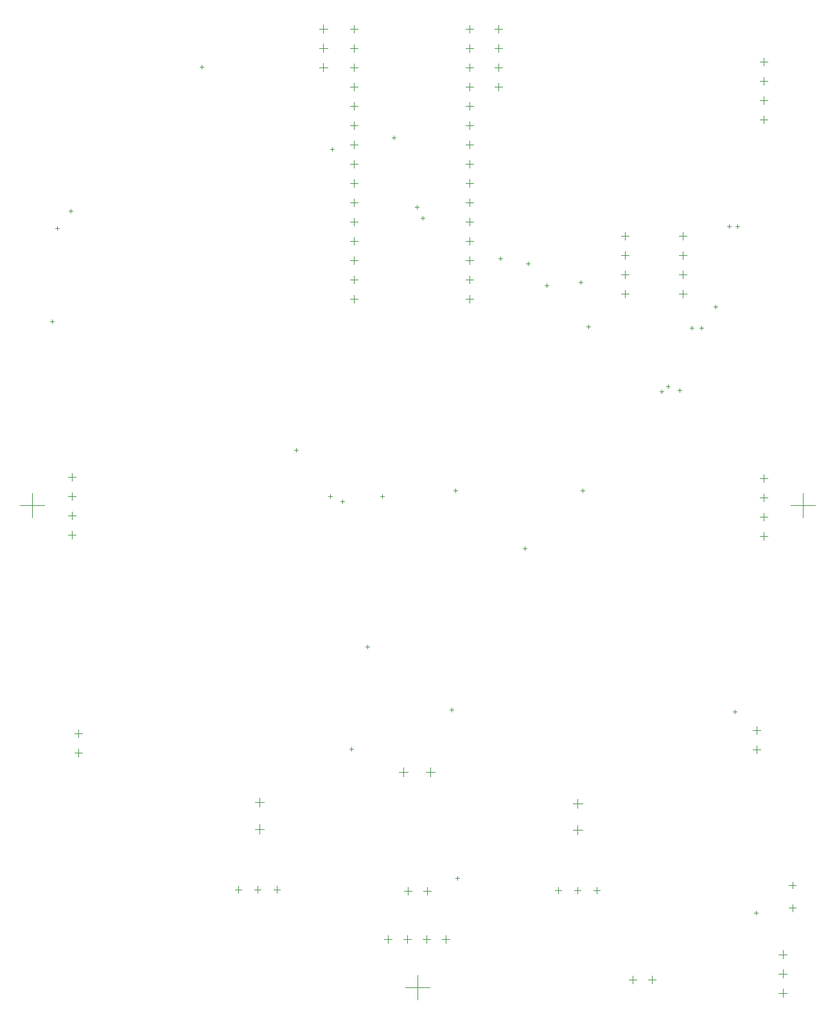
<source format=gbr>
G04*
G04 #@! TF.GenerationSoftware,Altium Limited,Altium Designer,22.4.2 (48)*
G04*
G04 Layer_Color=128*
%FSLAX24Y24*%
%MOIN*%
G70*
G04*
G04 #@! TF.SameCoordinates,ED83B53D-03BE-4A71-8F10-75A6417481AF*
G04*
G04*
G04 #@! TF.FilePolarity,Positive*
G04*
G01*
G75*
%ADD70C,0.0020*%
D70*
X26499Y45700D02*
X26901D01*
X26700Y45499D02*
Y45901D01*
X26499Y46700D02*
X26901D01*
X26700Y46499D02*
Y46901D01*
X26499Y47700D02*
X26901D01*
X26700Y47499D02*
Y47901D01*
X26499Y48700D02*
X26901D01*
X26700Y48499D02*
Y48901D01*
X26499Y49700D02*
X26901D01*
X26700Y49499D02*
Y49901D01*
X26499Y50700D02*
X26901D01*
X26700Y50499D02*
Y50901D01*
X26499Y51700D02*
X26901D01*
X26700Y51499D02*
Y51901D01*
X26499Y52700D02*
X26901D01*
X26700Y52499D02*
Y52901D01*
X26499Y53700D02*
X26901D01*
X26700Y53499D02*
Y53901D01*
X26499Y54700D02*
X26901D01*
X26700Y54499D02*
Y54901D01*
X26499Y55700D02*
X26901D01*
X26700Y55499D02*
Y55901D01*
X26499Y56700D02*
X26901D01*
X26700Y56499D02*
Y56901D01*
X26499Y57700D02*
X26901D01*
X26700Y57499D02*
Y57901D01*
X26499Y58700D02*
X26901D01*
X26700Y58499D02*
Y58901D01*
X26499Y59700D02*
X26901D01*
X26700Y59499D02*
Y59901D01*
X32499Y45700D02*
X32901D01*
X32700Y45499D02*
Y45901D01*
X32499Y46700D02*
X32901D01*
X32700Y46499D02*
Y46901D01*
X32499Y47700D02*
X32901D01*
X32700Y47499D02*
Y47901D01*
X32499Y48700D02*
X32901D01*
X32700Y48499D02*
Y48901D01*
X32499Y49700D02*
X32901D01*
X32700Y49499D02*
Y49901D01*
X32499Y50700D02*
X32901D01*
X32700Y50499D02*
Y50901D01*
X32499Y51700D02*
X32901D01*
X32700Y51499D02*
Y51901D01*
X32499Y52700D02*
X32901D01*
X32700Y52499D02*
Y52901D01*
X32499Y53700D02*
X32901D01*
X32700Y53499D02*
Y53901D01*
X32499Y54700D02*
X32901D01*
X32700Y54499D02*
Y54901D01*
X32499Y55700D02*
X32901D01*
X32700Y55499D02*
Y55901D01*
X32499Y56700D02*
X32901D01*
X32700Y56499D02*
Y56901D01*
X32499Y57700D02*
X32901D01*
X32700Y57499D02*
Y57901D01*
X32499Y58700D02*
X32901D01*
X32700Y58499D02*
Y58901D01*
X32499Y59700D02*
X32901D01*
X32700Y59499D02*
Y59901D01*
X49273Y15300D02*
X49627D01*
X49450Y15123D02*
Y15477D01*
X49273Y14119D02*
X49627D01*
X49450Y13942D02*
Y14296D01*
X30414Y21150D02*
X30886D01*
X30650Y20914D02*
Y21386D01*
X29036Y21150D02*
X29508D01*
X29272Y20914D02*
Y21386D01*
X47749Y55000D02*
X48151D01*
X47950Y54799D02*
Y55201D01*
X47749Y56000D02*
X48151D01*
X47950Y55799D02*
Y56201D01*
X47749Y57000D02*
X48151D01*
X47950Y56799D02*
Y57201D01*
X47749Y58000D02*
X48151D01*
X47950Y57799D02*
Y58201D01*
X28249Y12500D02*
X28651D01*
X28450Y12299D02*
Y12701D01*
X29249Y12500D02*
X29651D01*
X29450Y12299D02*
Y12701D01*
X30249Y12500D02*
X30651D01*
X30450Y12299D02*
Y12701D01*
X31249Y12500D02*
X31651D01*
X31450Y12299D02*
Y12701D01*
X43549Y48950D02*
X43951D01*
X43750Y48749D02*
Y49151D01*
X43549Y47950D02*
X43951D01*
X43750Y47749D02*
Y48151D01*
X43549Y46950D02*
X43951D01*
X43750Y46749D02*
Y47151D01*
X43549Y45950D02*
X43951D01*
X43750Y45749D02*
Y46151D01*
X40549Y48950D02*
X40951D01*
X40750Y48749D02*
Y49151D01*
X40549Y47950D02*
X40951D01*
X40750Y47749D02*
Y48151D01*
X40549Y46950D02*
X40951D01*
X40750Y46749D02*
Y47151D01*
X40549Y45950D02*
X40951D01*
X40750Y45749D02*
Y46151D01*
X9370Y35000D02*
X10630D01*
X10000Y34370D02*
Y35630D01*
X49370Y35000D02*
X50630D01*
X50000Y34370D02*
Y35630D01*
X29370Y10000D02*
X30630D01*
X30000Y9370D02*
Y10630D01*
X38074Y19539D02*
X38547D01*
X38311Y19303D02*
Y19775D01*
X38074Y18161D02*
X38547D01*
X38311Y17925D02*
Y18397D01*
X21553Y18211D02*
X22026D01*
X21789Y17975D02*
Y18447D01*
X21553Y19589D02*
X22026D01*
X21789Y19353D02*
Y19825D01*
X20525Y15074D02*
X20875D01*
X20700Y14898D02*
Y15249D01*
X21525Y15074D02*
X21875D01*
X21700Y14898D02*
Y15249D01*
X22525Y15074D02*
X22875D01*
X22700Y14898D02*
Y15249D01*
X37125Y15024D02*
X37475D01*
X37300Y14848D02*
Y15199D01*
X38125Y15024D02*
X38475D01*
X38300Y14848D02*
Y15199D01*
X39125Y15024D02*
X39475D01*
X39300Y14848D02*
Y15199D01*
X29299Y15000D02*
X29701D01*
X29500Y14799D02*
Y15201D01*
X30299Y15000D02*
X30701D01*
X30500Y14799D02*
Y15201D01*
X33999Y59700D02*
X34401D01*
X34200Y59499D02*
Y59901D01*
X33999Y58700D02*
X34401D01*
X34200Y58499D02*
Y58901D01*
X33999Y57700D02*
X34401D01*
X34200Y57499D02*
Y57901D01*
X33999Y56700D02*
X34401D01*
X34200Y56499D02*
Y56901D01*
X11849Y36450D02*
X12251D01*
X12050Y36249D02*
Y36651D01*
X11849Y35450D02*
X12251D01*
X12050Y35249D02*
Y35651D01*
X11849Y34450D02*
X12251D01*
X12050Y34249D02*
Y34651D01*
X11849Y33450D02*
X12251D01*
X12050Y33249D02*
Y33651D01*
X47749Y33400D02*
X48151D01*
X47950Y33199D02*
Y33601D01*
X47749Y34400D02*
X48151D01*
X47950Y34199D02*
Y34601D01*
X47749Y35400D02*
X48151D01*
X47950Y35199D02*
Y35601D01*
X47749Y36400D02*
X48151D01*
X47950Y36199D02*
Y36601D01*
X48733Y9700D02*
X49167D01*
X48950Y9483D02*
Y9917D01*
X48733Y10700D02*
X49167D01*
X48950Y10483D02*
Y10917D01*
X48733Y11700D02*
X49167D01*
X48950Y11483D02*
Y11917D01*
X24883Y57700D02*
X25317D01*
X25100Y57483D02*
Y57917D01*
X24883Y58700D02*
X25317D01*
X25100Y58483D02*
Y58917D01*
X24883Y59700D02*
X25317D01*
X25100Y59483D02*
Y59917D01*
X47394Y22330D02*
X47796D01*
X47595Y22129D02*
Y22531D01*
X47394Y23330D02*
X47796D01*
X47595Y23129D02*
Y23531D01*
X40949Y10400D02*
X41351D01*
X41150Y10199D02*
Y10601D01*
X41949Y10400D02*
X42351D01*
X42150Y10199D02*
Y10601D01*
X12199Y23150D02*
X12601D01*
X12400Y22949D02*
Y23351D01*
X12199Y22150D02*
X12601D01*
X12400Y21949D02*
Y22351D01*
X34200Y47800D02*
X34400D01*
X34300Y47700D02*
Y47900D01*
X36600Y46400D02*
X36800D01*
X36700Y46300D02*
Y46500D01*
X38450Y35750D02*
X38650D01*
X38550Y35650D02*
Y35850D01*
X38350Y46550D02*
X38550D01*
X38450Y46450D02*
Y46650D01*
X18678Y57742D02*
X18878D01*
X18778Y57642D02*
Y57842D01*
X10928Y44542D02*
X11128D01*
X11028Y44442D02*
Y44642D01*
X11900Y50250D02*
X12100D01*
X12000Y50150D02*
Y50350D01*
X11200Y49350D02*
X11400D01*
X11300Y49250D02*
Y49450D01*
X25350Y35450D02*
X25550D01*
X25450Y35350D02*
Y35550D01*
X26000Y35200D02*
X26200D01*
X26100Y35100D02*
Y35300D01*
X31650Y24400D02*
X31850D01*
X31750Y24300D02*
Y24500D01*
X27300Y27650D02*
X27500D01*
X27400Y27550D02*
Y27750D01*
X23600Y37850D02*
X23800D01*
X23700Y37750D02*
Y37950D01*
X25450Y53450D02*
X25650D01*
X25550Y53350D02*
Y53550D01*
X30150Y49900D02*
X30350D01*
X30250Y49800D02*
Y50000D01*
X29850Y50450D02*
X30050D01*
X29950Y50350D02*
Y50550D01*
X31858Y35767D02*
X32058D01*
X31958Y35667D02*
Y35867D01*
X28050Y35450D02*
X28250D01*
X28150Y35350D02*
Y35550D01*
X47450Y13850D02*
X47650D01*
X47550Y13750D02*
Y13950D01*
X35450Y32773D02*
X35650D01*
X35550Y32673D02*
Y32873D01*
X28662Y54062D02*
X28862D01*
X28762Y53962D02*
Y54162D01*
X46350Y24300D02*
X46550D01*
X46450Y24200D02*
Y24400D01*
X26450Y22350D02*
X26650D01*
X26550Y22250D02*
Y22450D01*
X31950Y15650D02*
X32150D01*
X32050Y15550D02*
Y15750D01*
X43500Y40950D02*
X43700D01*
X43600Y40850D02*
Y41050D01*
X44640Y44182D02*
X44840D01*
X44740Y44082D02*
Y44282D01*
X46050Y49450D02*
X46250D01*
X46150Y49350D02*
Y49550D01*
X46500Y49450D02*
X46700D01*
X46600Y49350D02*
Y49550D01*
X35640Y47532D02*
X35840D01*
X35740Y47432D02*
Y47632D01*
X44140Y44182D02*
X44340D01*
X44240Y44082D02*
Y44282D01*
X38750Y44250D02*
X38950D01*
X38850Y44150D02*
Y44350D01*
X42900Y41150D02*
X43100D01*
X43000Y41050D02*
Y41250D01*
X45350Y45300D02*
X45550D01*
X45450Y45200D02*
Y45400D01*
X42550Y40900D02*
X42750D01*
X42650Y40800D02*
Y41000D01*
M02*

</source>
